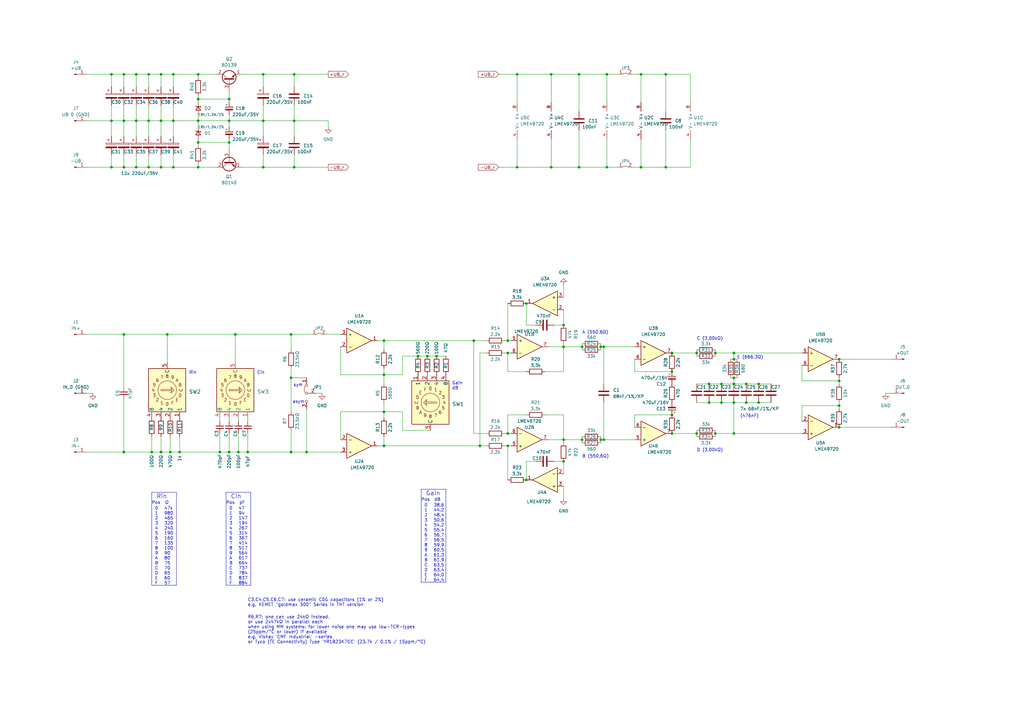
<source format=kicad_sch>
(kicad_sch (version 20211123) (generator eeschema)
  (paper "A3")
  (title_block (title "Phono-Preamp: \"Sound Of Silence\" (as of 09.2018)") (rev "1.0") (comment 1 "PCB is not the original -> but like the original = exactly the same component placement") (comment 2 "1 layer PCB / all THT components"))
  (lib_symbols
    (symbol "Connector:Conn_01x01_Male" (pin_names (offset 1.016) hide)
      (property "Reference" "J" (at 0 2.54 0))
      (property "Value" "Conn_01x01_Male" (at 0 -2.54 0))
      (symbol "Conn_01x01_Male_1_1"
        (pin passive line (at 5.08 0 180) (length 3.81) (name "Pin_1") (number "1"))
      )
    )
    (symbol "Device:C" (pin_numbers hide) (pin_names (offset 0.254))
      (property "Reference" "C" (at 0.635 2.54 0))
      (property "Value" "C" (at 0.635 -2.54 0))
      (symbol "C_1_1"
        (pin passive line (at 0 3.81 270) (length 2.794) (name "~") (number "1"))
        (pin passive line (at 0 -3.81 90) (length 2.794) (name "~") (number "2"))
      )
    )
    (symbol "Device:C_Polarized" (pin_numbers hide) (pin_names (offset 0.254))
      (property "Reference" "C" (at 0.635 2.54 0))
      (property "Value" "C_Polarized" (at 0.635 -2.54 0))
      (symbol "C_Polarized_1_1"
        (pin passive line (at 0 3.81 270) (length 2.794) (name "~") (number "1"))
        (pin passive line (at 0 -3.81 90) (length 2.794) (name "~") (number "2"))
      )
    )
    (symbol "Device:C_Polarized_Small" (pin_numbers hide) (pin_names (offset 0.254) hide)
      (property "Reference" "C" (at 0.254 1.778 0))
      (property "Value" "C_Polarized_Small" (at 0.254 -2.032 0))
      (symbol "C_Polarized_Small_1_1"
        (pin passive line (at 0 2.54 270) (length 1.8542) (name "~") (number "1"))
        (pin passive line (at 0 -2.54 90) (length 1.8542) (name "~") (number "2"))
      )
    )
    (symbol "Device:C_Small" (pin_numbers hide) (pin_names (offset 0.254) hide)
      (property "Reference" "C" (at 0.254 1.778 0))
      (property "Value" "C_Small" (at 0.254 -2.032 0))
      (symbol "C_Small_1_1"
        (pin passive line (at 0 2.54 270) (length 2.032) (name "~") (number "1"))
        (pin passive line (at 0 -2.54 90) (length 2.032) (name "~") (number "2"))
      )
    )
    (symbol "Device:D_Zener_Small" (pin_numbers hide) (pin_names (offset 0.254) hide)
      (property "Reference" "D" (at 0 2.286 0))
      (property "Value" "D_Zener_Small" (at 0 -2.286 0))
      (symbol "D_Zener_Small_1_1"
        (pin passive line (at -2.54 0 0) (length 1.778) (name "K") (number "1"))
        (pin passive line (at 2.54 0 180) (length 1.778) (name "A") (number "2"))
      )
    )
    (symbol "Device:Opamp_Dual"
      (property "Reference" "U" (at 0 5.08 0))
      (property "Value" "Opamp_Dual" (at 0 -5.08 0))
      (symbol "Opamp_Dual_1_1"
        (pin output line (at 7.62 0 180) (length 2.54) (name "~") (number "1"))
        (pin input line (at -7.62 -2.54 0) (length 2.54) (name "-") (number "2"))
        (pin input line (at -7.62 2.54 0) (length 2.54) (name "+") (number "3"))
      )
      (symbol "Opamp_Dual_2_1"
        (pin input line (at -7.62 2.54 0) (length 2.54) (name "+") (number "5"))
        (pin input line (at -7.62 -2.54 0) (length 2.54) (name "-") (number "6"))
        (pin output line (at 7.62 0 180) (length 2.54) (name "~") (number "7"))
      )
      (symbol "Opamp_Dual_3_1"
        (pin power_in line (at -2.54 -7.62 90) (length 3.81) (name "V-") (number "4"))
        (pin power_in line (at -2.54 7.62 270) (length 3.81) (name "V+") (number "8"))
      )
    )
    (symbol "Device:R" (pin_numbers hide) (pin_names (offset 0))
      (property "Reference" "R" (at 2.032 0 90))
      (property "Value" "R" (at 0 0 90))
      (symbol "R_1_1"
        (pin passive line (at 0 3.81 270) (length 1.27) (name "~") (number "1"))
        (pin passive line (at 0 -3.81 90) (length 1.27) (name "~") (number "2"))
      )
    )
    (symbol "Jumper:Jumper_3_Bridged12" (pin_names (offset 0) hide)
      (property "Reference" "JP" (at -2.54 -2.54 0))
      (property "Value" "Jumper_3_Bridged12" (at 0 2.794 0))
      (symbol "Jumper_3_Bridged12_1_1"
        (pin passive line (at -6.35 0 0) (length 2.54) (name "A") (number "1"))
        (pin input line (at 0 -3.81 90) (length 2.54) (name "C") (number "2"))
        (pin passive line (at 6.35 0 180) (length 2.54) (name "B") (number "3"))
      )
    )
    (symbol "Transistor_BJT:BD139" (pin_names (offset 0) hide)
      (property "Reference" "Q" (at 5.08 1.905 0))
      (property "Value" "BD139" (at 5.08 0 0))
      (symbol "BD139_1_1"
        (pin passive line (at 2.54 -5.08 90) (length 2.54) (name "E") (number "1"))
        (pin passive line (at 2.54 5.08 270) (length 2.54) (name "C") (number "2"))
        (pin input line (at -5.08 0 0) (length 5.08) (name "B") (number "3"))
      )
    )
    (symbol "Transistor_BJT:BD140" (pin_names (offset 0) hide)
      (property "Reference" "Q" (at 5.08 1.905 0))
      (property "Value" "BD140" (at 5.08 0 0))
      (symbol "BD140_1_1"
        (pin passive line (at 2.54 -5.08 90) (length 2.54) (name "E") (number "1"))
        (pin passive line (at 2.54 5.08 270) (length 2.54) (name "C") (number "2"))
        (pin input line (at -5.08 0 0) (length 5.08) (name "B") (number "3"))
      )
    )
    (symbol "analoghifi:DRS4010" (pin_names (offset 0.254))
      (property "Reference" "SW" (at 0 13.97 0))
      (property "Value" "DRS4010" (at 0 11.43 0))
      (symbol "DRS4010_0_0"
        (text "0" (at 5.715 0 2700) (effects (font (size 1.27 1.27))))
        (text "1" (at 5.2832 -2.1844 2475) (effects (font (size 1.27 1.27))))
        (text "2" (at 4.0386 -4.0386 2250) (effects (font (size 1.27 1.27))))
        (text "3" (at 2.1844 -5.2832 2025) (effects (font (size 1.27 1.27))))
        (text "4" (at 0 -5.715 1800) (effects (font (size 1.27 1.27))))
        (text "5" (at -2.1844 -5.2832 1575) (effects (font (size 1.27 1.27))))
        (text "6" (at -4.0386 -4.0386 1350) (effects (font (size 1.27 1.27))))
        (text "7" (at -5.2832 -2.1844 1125) (effects (font (size 1.27 1.27))))
        (text "8" (at -5.715 0 900) (effects (font (size 1.27 1.27))))
        (text "9" (at -5.2832 2.1844 675) (effects (font (size 1.27 1.27))))
        (text "A" (at -4.0386 4.0386 450) (effects (font (size 1.27 1.27))))
        (text "B" (at -2.1844 5.2832 225) (effects (font (size 1.27 1.27))))
        (text "C" (at 0 5.715 0) (effects (font (size 1.27 1.27))))
        (text "D" (at 2.1844 5.2832 3375) (effects (font (size 1.27 1.27))))
        (text "E" (at 4.0386 4.0386 3150) (effects (font (size 1.27 1.27))))
        (text "F" (at 5.2832 2.1844 2925) (effects (font (size 1.27 1.27))))
      )
      (symbol "DRS4010_1_1"
        (pin unspecified line (at 11.43 5.08 180) (length 2.54) (name "1") (number "1"))
        (pin unspecified line (at 11.43 1.27 180) (length 2.54) (name "2") (number "2"))
        (pin unspecified line (at 11.43 -2.54 180) (length 2.54) (name "4") (number "3"))
        (pin unspecified line (at 11.43 -6.35 180) (length 2.54) (name "8") (number "4"))
        (pin unspecified line (at -11.43 0 0) (length 2.54) (name "C") (number "5"))
      )
    )
    (symbol "analoghifi:Jumper_2_Bridged" (pin_names (offset 0) hide)
      (property "Reference" "JP" (at 0 1.905 0))
      (property "Value" "Jumper_2_Bridged" (at 0 -2.54 0))
      (symbol "Jumper_2_Bridged_1_1"
        (pin passive line (at -2.54 0 0) (length 1.27) (name "A") (number "1"))
        (pin passive line (at 2.54 0 180) (length 1.27) (name "B") (number "2"))
      )
    )
    (symbol "power:GND" (power) (pin_names (offset 0))
      (property "Value" "GND" (at 0 -3.81 0))
      (symbol "GND_1_1"
        (pin power_in line (at 0 0 270) (length 0) hide (name "GND") (number "1"))
      )
    )
  )
  (junction (at 62.23 185.42))
  (junction (at 81.28 40.64))
  (junction (at 119.38 137.16))
  (junction (at 231.14 180.34))
  (junction (at 295.91 165.1))
  (junction (at 45.72 30.48))
  (junction (at 119.38 185.42))
  (junction (at 237.49 30.48))
  (junction (at 93.98 49.53))
  (junction (at 81.28 30.48))
  (junction (at 237.49 68.58))
  (junction (at 300.99 147.32))
  (junction (at 157.48 182.88))
  (junction (at 306.07 157.48))
  (junction (at 120.65 30.48))
  (junction (at 285.75 144.78))
  (junction (at 66.04 68.58))
  (junction (at 262.89 30.48))
  (junction (at 69.85 185.42))
  (junction (at 157.48 153.67))
  (junction (at 175.26 146.05))
  (junction (at 293.37 177.8))
  (junction (at 120.65 49.53))
  (junction (at 208.28 177.8))
  (junction (at 97.79 185.42))
  (junction (at 275.59 170.18))
  (junction (at 208.28 182.88))
  (junction (at 60.96 68.58))
  (junction (at 66.04 185.42))
  (junction (at 215.9 124.46))
  (junction (at 50.8 68.58))
  (junction (at 194.31 139.7))
  (junction (at 293.37 144.78))
  (junction (at 120.65 68.58))
  (junction (at 247.65 180.34))
  (junction (at 119.38 154.94))
  (junction (at 81.28 68.58))
  (junction (at 45.72 68.58))
  (junction (at 101.6 185.42))
  (junction (at 231.14 133.35))
  (junction (at 295.91 157.48))
  (junction (at 157.48 139.7))
  (junction (at 248.92 30.48))
  (junction (at 107.95 68.58))
  (junction (at 275.59 152.4))
  (junction (at 208.28 144.78))
  (junction (at 68.58 137.16))
  (junction (at 55.88 30.48))
  (junction (at 107.95 49.53))
  (junction (at 238.76 180.34))
  (junction (at 55.88 68.58))
  (junction (at 226.06 68.58))
  (junction (at 247.65 142.24))
  (junction (at 208.28 139.7))
  (junction (at 300.99 154.94))
  (junction (at 246.38 180.34))
  (junction (at 73.66 185.42))
  (junction (at 344.17 147.32))
  (junction (at 273.05 30.48))
  (junction (at 107.95 30.48))
  (junction (at 93.98 185.42))
  (junction (at 290.83 165.1))
  (junction (at 344.17 166.37))
  (junction (at 71.12 30.48))
  (junction (at 60.96 30.48))
  (junction (at 157.48 168.91))
  (junction (at 90.17 185.42))
  (junction (at 50.8 30.48))
  (junction (at 50.8 49.53))
  (junction (at 45.72 49.53))
  (junction (at 60.96 49.53))
  (junction (at 55.88 49.53))
  (junction (at 66.04 49.53))
  (junction (at 231.14 142.24))
  (junction (at 81.28 49.53))
  (junction (at 93.98 40.64))
  (junction (at 215.9 196.85))
  (junction (at 171.45 146.05))
  (junction (at 50.8 185.42))
  (junction (at 306.07 165.1))
  (junction (at 96.52 137.16))
  (junction (at 273.05 68.58))
  (junction (at 290.83 157.48))
  (junction (at 125.73 185.42))
  (junction (at 71.12 68.58))
  (junction (at 71.12 49.53))
  (junction (at 81.28 58.42))
  (junction (at 238.76 142.24))
  (junction (at 212.09 68.58))
  (junction (at 196.85 182.88))
  (junction (at 262.89 68.58))
  (junction (at 300.99 157.48))
  (junction (at 300.99 144.78))
  (junction (at 226.06 30.48))
  (junction (at 344.17 175.26))
  (junction (at 248.92 68.58))
  (junction (at 300.99 177.8))
  (junction (at 93.98 58.42))
  (junction (at 179.07 146.05))
  (junction (at 246.38 142.24))
  (junction (at 311.15 157.48))
  (junction (at 300.99 165.1))
  (junction (at 311.15 165.1))
  (junction (at 66.04 30.48))
  (junction (at 275.59 177.8))
  (junction (at 275.59 144.78))
  (junction (at 212.09 30.48))
  (junction (at 231.14 189.23))
  (junction (at 285.75 177.8))
  (junction (at 50.8 137.16))
  (junction (at 344.17 156.21))
  (wire (pts (xy 300.99 177.8) (xy 328.93 177.8)))
  (wire (pts (xy 273.05 53.34) (xy 273.05 68.58)))
  (wire (pts (xy 66.04 49.53) (xy 66.04 55.88)))
  (wire (pts (xy 259.08 68.58) (xy 262.89 68.58)))
  (wire (pts (xy 66.04 63.5) (xy 66.04 68.58)))
  (wire (pts (xy 66.04 185.42) (xy 69.85 185.42)))
  (wire (pts (xy 194.31 139.7) (xy 194.31 177.8)))
  (wire (pts (xy 81.28 67.31) (xy 81.28 68.58)))
  (wire (pts (xy 238.76 142.24) (xy 231.14 142.24)))
  (wire (pts (xy 194.31 139.7) (xy 199.39 139.7)))
  (wire (pts (xy 285.75 165.1) (xy 290.83 165.1)))
  (wire (pts (xy 300.99 177.8) (xy 293.37 177.8)))
  (wire (pts (xy 231.14 199.39) (xy 231.14 204.47)))
  (wire (pts (xy 300.99 144.78) (xy 300.99 147.32)))
  (wire (pts (xy 293.37 144.78) (xy 293.37 146.05)))
  (wire (pts (xy 275.59 152.4) (xy 260.35 152.4)))
  (wire (pts (xy 344.17 147.32) (xy 365.76 147.32)))
  (wire (pts (xy 81.28 30.48) (xy 81.28 31.75)))
  (wire (pts (xy 302.26 154.94) (xy 300.99 154.94)))
  (wire (pts (xy 107.95 49.53) (xy 120.65 49.53)))
  (wire (pts (xy 157.48 168.91) (xy 139.7 168.91)))
  (wire (pts (xy 165.1 146.05) (xy 165.1 153.67)))
  (wire (pts (xy 66.04 49.53) (xy 71.12 49.53)))
  (wire (pts (xy 207.01 139.7) (xy 208.28 139.7)))
  (wire (pts (xy 207.01 182.88) (xy 208.28 182.88)))
  (wire (pts (xy 119.38 137.16) (xy 128.27 137.16)))
  (wire (pts (xy 165.1 153.67) (xy 157.48 153.67)))
  (wire (pts (xy 344.17 156.21) (xy 328.93 156.21)))
  (wire (pts (xy 119.38 151.13) (xy 119.38 154.94)))
  (wire (pts (xy 107.95 68.58) (xy 120.65 68.58)))
  (polyline (pts (xy 92.71 201.93) (xy 102.87 201.93)) (stroke (width 0) (type solid)))
  (wire (pts (xy 119.38 154.94) (xy 119.38 168.91)))
  (wire (pts (xy 81.28 30.48) (xy 88.9 30.48)))
  (wire (pts (xy 50.8 185.42) (xy 62.23 185.42)))
  (wire (pts (xy 328.93 156.21) (xy 328.93 149.86)))
  (wire (pts (xy 66.04 68.58) (xy 71.12 68.58)))
  (wire (pts (xy 45.72 49.53) (xy 50.8 49.53)))
  (wire (pts (xy 208.28 170.18) (xy 208.28 177.8)))
  (wire (pts (xy 60.96 68.58) (xy 66.04 68.58)))
  (wire (pts (xy 208.28 182.88) (xy 208.28 196.85)))
  (wire (pts (xy 300.99 147.32) (xy 299.72 147.32)))
  (wire (pts (xy 199.39 177.8) (xy 194.31 177.8)))
  (wire (pts (xy 55.88 49.53) (xy 55.88 55.88)))
  (wire (pts (xy 69.85 179.07) (xy 69.85 185.42)))
  (wire (pts (xy 231.14 152.4) (xy 223.52 152.4)))
  (wire (pts (xy 93.98 177.8) (xy 93.98 185.42)))
  (wire (pts (xy 290.83 157.48) (xy 295.91 157.48)))
  (wire (pts (xy 248.92 30.48) (xy 248.92 41.91)))
  (wire (pts (xy 97.79 185.42) (xy 101.6 185.42)))
  (wire (pts (xy 227.33 133.35) (xy 231.14 133.35)))
  (wire (pts (xy 363.22 161.29) (xy 365.76 161.29)))
  (wire (pts (xy 134.62 49.53) (xy 134.62 52.07)))
  (wire (pts (xy 165.1 176.53) (xy 176.53 176.53)))
  (wire (pts (xy 231.14 121.92) (xy 231.14 116.84)))
  (wire (pts (xy 237.49 53.34) (xy 237.49 68.58)))
  (wire (pts (xy 285.75 143.51) (xy 285.75 144.78)))
  (wire (pts (xy 300.99 165.1) (xy 306.07 165.1)))
  (wire (pts (xy 165.1 168.91) (xy 157.48 168.91)))
  (wire (pts (xy 139.7 153.67) (xy 139.7 142.24)))
  (wire (pts (xy 157.48 165.1) (xy 157.48 168.91)))
  (polyline (pts (xy 182.88 238.76) (xy 182.88 200.66)) (stroke (width 0) (type solid)))
  (wire (pts (xy 35.56 30.48) (xy 45.72 30.48)))
  (wire (pts (xy 93.98 49.53) (xy 107.95 49.53)))
  (wire (pts (xy 238.76 140.97) (xy 238.76 142.24)))
  (wire (pts (xy 90.17 177.8) (xy 90.17 185.42)))
  (wire (pts (xy 73.66 179.07) (xy 73.66 185.42)))
  (wire (pts (xy 179.07 146.05) (xy 182.88 146.05)))
  (wire (pts (xy 50.8 63.5) (xy 50.8 68.58)))
  (wire (pts (xy 226.06 30.48) (xy 226.06 41.91)))
  (wire (pts (xy 120.65 30.48) (xy 120.65 35.56)))
  (wire (pts (xy 60.96 30.48) (xy 66.04 30.48)))
  (wire (pts (xy 238.76 142.24) (xy 238.76 143.51)))
  (wire (pts (xy 45.72 49.53) (xy 45.72 55.88)))
  (wire (pts (xy 68.58 137.16) (xy 96.52 137.16)))
  (wire (pts (xy 62.23 185.42) (xy 66.04 185.42)))
  (wire (pts (xy 154.94 182.88) (xy 157.48 182.88)))
  (wire (pts (xy 171.45 146.05) (xy 175.26 146.05)))
  (wire (pts (xy 50.8 49.53) (xy 50.8 55.88)))
  (wire (pts (xy 81.28 46.99) (xy 81.28 49.53)))
  (wire (pts (xy 71.12 68.58) (xy 81.28 68.58)))
  (wire (pts (xy 60.96 49.53) (xy 66.04 49.53)))
  (wire (pts (xy 101.6 185.42) (xy 119.38 185.42)))
  (wire (pts (xy 204.47 68.58) (xy 212.09 68.58)))
  (wire (pts (xy 285.75 177.8) (xy 285.75 179.07)))
  (wire (pts (xy 157.48 153.67) (xy 157.48 157.48)))
  (wire (pts (xy 248.92 68.58) (xy 254 68.58)))
  (wire (pts (xy 93.98 185.42) (xy 97.79 185.42)))
  (wire (pts (xy 66.04 179.07) (xy 66.04 185.42)))
  (wire (pts (xy 119.38 176.53) (xy 119.38 185.42)))
  (wire (pts (xy 50.8 137.16) (xy 68.58 137.16)))
  (wire (pts (xy 311.15 157.48) (xy 306.07 157.48)))
  (wire (pts (xy 93.98 38.1) (xy 93.98 40.64)))
  (wire (pts (xy 55.88 49.53) (xy 60.96 49.53)))
  (wire (pts (xy 238.76 180.34) (xy 238.76 181.61)))
  (wire (pts (xy 231.14 180.34) (xy 238.76 180.34)))
  (wire (pts (xy 215.9 124.46) (xy 215.9 133.35)))
  (wire (pts (xy 344.17 175.26) (xy 365.76 175.26)))
  (wire (pts (xy 35.56 49.53) (xy 45.72 49.53)))
  (wire (pts (xy 45.72 30.48) (xy 45.72 35.56)))
  (wire (pts (xy 246.38 179.07) (xy 246.38 180.34)))
  (wire (pts (xy 55.88 43.18) (xy 55.88 49.53)))
  (wire (pts (xy 68.58 137.16) (xy 68.58 148.59)))
  (wire (pts (xy 71.12 30.48) (xy 81.28 30.48)))
  (wire (pts (xy 273.05 30.48) (xy 273.05 45.72)))
  (wire (pts (xy 35.56 137.16) (xy 50.8 137.16)))
  (wire (pts (xy 93.98 57.15) (xy 93.98 58.42)))
  (wire (pts (xy 71.12 43.18) (xy 71.12 49.53)))
  (wire (pts (xy 273.05 30.48) (xy 283.21 30.48)))
  (wire (pts (xy 224.79 142.24) (xy 231.14 142.24)))
  (wire (pts (xy 107.95 30.48) (xy 120.65 30.48)))
  (wire (pts (xy 207.01 177.8) (xy 208.28 177.8)))
  (wire (pts (xy 231.14 180.34) (xy 231.14 181.61)))
  (wire (pts (xy 81.28 68.58) (xy 88.9 68.58)))
  (wire (pts (xy 231.14 189.23) (xy 227.33 189.23)))
  (wire (pts (xy 237.49 30.48) (xy 248.92 30.48)))
  (wire (pts (xy 35.56 68.58) (xy 45.72 68.58)))
  (wire (pts (xy 237.49 68.58) (xy 248.92 68.58)))
  (wire (pts (xy 50.8 68.58) (xy 55.88 68.58)))
  (wire (pts (xy 302.26 147.32) (xy 300.99 147.32)))
  (wire (pts (xy 212.09 57.15) (xy 212.09 68.58)))
  (wire (pts (xy 157.48 168.91) (xy 157.48 171.45)))
  (wire (pts (xy 275.59 144.78) (xy 285.75 144.78)))
  (wire (pts (xy 231.14 170.18) (xy 231.14 180.34)))
  (wire (pts (xy 50.8 163.83) (xy 50.8 185.42)))
  (wire (pts (xy 295.91 165.1) (xy 300.99 165.1)))
  (wire (pts (xy 212.09 30.48) (xy 226.06 30.48)))
  (wire (pts (xy 129.54 161.29) (xy 132.08 161.29)))
  (wire (pts (xy 226.06 68.58) (xy 237.49 68.58)))
  (wire (pts (xy 93.98 58.42) (xy 93.98 60.96)))
  (wire (pts (xy 157.48 139.7) (xy 194.31 139.7)))
  (wire (pts (xy 69.85 185.42) (xy 73.66 185.42)))
  (wire (pts (xy 107.95 49.53) (xy 107.95 55.88)))
  (wire (pts (xy 157.48 182.88) (xy 157.48 179.07)))
  (wire (pts (xy 344.17 156.21) (xy 344.17 157.48)))
  (wire (pts (xy 260.35 170.18) (xy 260.35 175.26)))
  (wire (pts (xy 60.96 43.18) (xy 60.96 49.53)))
  (wire (pts (xy 154.94 139.7) (xy 157.48 139.7)))
  (polyline (pts (xy 62.23 201.93) (xy 62.23 240.03)) (stroke (width 0) (type solid)))
  (wire (pts (xy 35.56 161.29) (xy 38.1 161.29)))
  (polyline (pts (xy 92.71 240.03) (xy 102.87 240.03)) (stroke (width 0) (type solid)))
  (wire (pts (xy 157.48 182.88) (xy 196.85 182.88)))
  (wire (pts (xy 208.28 144.78) (xy 208.28 152.4)))
  (wire (pts (xy 157.48 139.7) (xy 157.48 143.51)))
  (wire (pts (xy 208.28 152.4) (xy 215.9 152.4)))
  (wire (pts (xy 262.89 30.48) (xy 262.89 41.91)))
  (wire (pts (xy 107.95 30.48) (xy 107.95 35.56)))
  (wire (pts (xy 344.17 166.37) (xy 344.17 167.64)))
  (wire (pts (xy 260.35 152.4) (xy 260.35 147.32)))
  (wire (pts (xy 120.65 49.53) (xy 120.65 55.88)))
  (wire (pts (xy 283.21 68.58) (xy 283.21 57.15)))
  (wire (pts (xy 101.6 172.72) (xy 101.6 171.45)))
  (wire (pts (xy 55.88 30.48) (xy 60.96 30.48)))
  (wire (pts (xy 262.89 57.15) (xy 262.89 68.58)))
  (wire (pts (xy 125.73 185.42) (xy 139.7 185.42)))
  (wire (pts (xy 60.96 30.48) (xy 60.96 35.56)))
  (wire (pts (xy 93.98 172.72) (xy 93.98 171.45)))
  (wire (pts (xy 45.72 63.5) (xy 45.72 68.58)))
  (wire (pts (xy 208.28 182.88) (xy 209.55 182.88)))
  (wire (pts (xy 300.99 157.48) (xy 306.07 157.48)))
  (wire (pts (xy 293.37 143.51) (xy 293.37 144.78)))
  (wire (pts (xy 45.72 30.48) (xy 50.8 30.48)))
  (wire (pts (xy 311.15 157.48) (xy 316.23 157.48)))
  (wire (pts (xy 246.38 180.34) (xy 247.65 180.34)))
  (wire (pts (xy 290.83 165.1) (xy 295.91 165.1)))
  (wire (pts (xy 81.28 58.42) (xy 93.98 58.42)))
  (wire (pts (xy 81.28 40.64) (xy 81.28 41.91)))
  (wire (pts (xy 50.8 30.48) (xy 50.8 35.56)))
  (wire (pts (xy 165.1 146.05) (xy 171.45 146.05)))
  (wire (pts (xy 66.04 30.48) (xy 66.04 35.56)))
  (wire (pts (xy 262.89 68.58) (xy 273.05 68.58)))
  (wire (pts (xy 223.52 170.18) (xy 231.14 170.18)))
  (wire (pts (xy 157.48 153.67) (xy 139.7 153.67)))
  (wire (pts (xy 231.14 140.97) (xy 231.14 142.24)))
  (wire (pts (xy 300.99 165.1) (xy 300.99 177.8)))
  (wire (pts (xy 97.79 172.72) (xy 97.79 171.45)))
  (wire (pts (xy 219.71 189.23) (xy 215.9 189.23)))
  (wire (pts (xy 238.76 179.07) (xy 238.76 180.34)))
  (wire (pts (xy 208.28 177.8) (xy 209.55 177.8)))
  (wire (pts (xy 207.01 144.78) (xy 208.28 144.78)))
  (wire (pts (xy 204.47 30.48) (xy 212.09 30.48)))
  (wire (pts (xy 66.04 43.18) (xy 66.04 49.53)))
  (wire (pts (xy 231.14 133.35) (xy 231.14 127)))
  (wire (pts (xy 90.17 172.72) (xy 90.17 171.45)))
  (polyline (pts (xy 172.72 238.76) (xy 182.88 238.76)) (stroke (width 0) (type solid)))
  (wire (pts (xy 247.65 165.1) (xy 247.65 180.34)))
  (wire (pts (xy 175.26 146.05) (xy 179.07 146.05)))
  (wire (pts (xy 262.89 30.48) (xy 273.05 30.48)))
  (polyline (pts (xy 72.39 240.03) (xy 72.39 201.93)) (stroke (width 0) (type solid)))
  (wire (pts (xy 344.17 165.1) (xy 344.17 166.37)))
  (wire (pts (xy 285.75 157.48) (xy 290.83 157.48)))
  (wire (pts (xy 208.28 124.46) (xy 208.28 139.7)))
  (wire (pts (xy 311.15 165.1) (xy 306.07 165.1)))
  (wire (pts (xy 165.1 176.53) (xy 165.1 168.91)))
  (wire (pts (xy 120.65 43.18) (xy 120.65 49.53)))
  (wire (pts (xy 45.72 68.58) (xy 50.8 68.58)))
  (wire (pts (xy 93.98 46.99) (xy 93.98 49.53)))
  (wire (pts (xy 275.59 177.8) (xy 285.75 177.8)))
  (wire (pts (xy 50.8 137.16) (xy 50.8 158.75)))
  (wire (pts (xy 199.39 144.78) (xy 196.85 144.78)))
  (wire (pts (xy 125.73 154.94) (xy 119.38 154.94)))
  (wire (pts (xy 107.95 63.5) (xy 107.95 68.58)))
  (polyline (pts (xy 62.23 201.93) (xy 72.39 201.93)) (stroke (width 0) (type solid)))
  (wire (pts (xy 119.38 185.42) (xy 125.73 185.42)))
  (wire (pts (xy 73.66 185.42) (xy 90.17 185.42)))
  (wire (pts (xy 107.95 43.18) (xy 107.95 49.53)))
  (wire (pts (xy 208.28 139.7) (xy 209.55 139.7)))
  (wire (pts (xy 55.88 30.48) (xy 55.88 35.56)))
  (wire (pts (xy 50.8 49.53) (xy 55.88 49.53)))
  (wire (pts (xy 62.23 179.07) (xy 62.23 185.42)))
  (wire (pts (xy 215.9 170.18) (xy 208.28 170.18)))
  (wire (pts (xy 71.12 30.48) (xy 71.12 35.56)))
  (wire (pts (xy 66.04 30.48) (xy 71.12 30.48)))
  (wire (pts (xy 300.99 154.94) (xy 299.72 154.94)))
  (wire (pts (xy 133.35 137.16) (xy 139.7 137.16)))
  (wire (pts (xy 125.73 167.64) (xy 125.73 185.42)))
  (wire (pts (xy 237.49 30.48) (xy 237.49 45.72)))
  (wire (pts (xy 93.98 40.64) (xy 93.98 41.91)))
  (wire (pts (xy 283.21 30.48) (xy 283.21 41.91)))
  (wire (pts (xy 246.38 142.24) (xy 246.38 143.51)))
  (wire (pts (xy 247.65 142.24) (xy 260.35 142.24)))
  (wire (pts (xy 157.48 151.13) (xy 157.48 153.67)))
  (wire (pts (xy 208.28 144.78) (xy 209.55 144.78)))
  (wire (pts (xy 119.38 137.16) (xy 119.38 143.51)))
  (wire (pts (xy 60.96 49.53) (xy 60.96 55.88)))
  (wire (pts (xy 71.12 63.5) (xy 71.12 68.58)))
  (wire (pts (xy 311.15 165.1) (xy 316.23 165.1)))
  (wire (pts (xy 328.93 166.37) (xy 328.93 172.72)))
  (wire (pts (xy 259.08 30.48) (xy 262.89 30.48)))
  (wire (pts (xy 71.12 49.53) (xy 81.28 49.53)))
  (wire (pts (xy 71.12 49.53) (xy 71.12 55.88)))
  (wire (pts (xy 120.65 49.53) (xy 134.62 49.53)))
  (wire (pts (xy 81.28 49.53) (xy 93.98 49.53)))
  (wire (pts (xy 212.09 30.48) (xy 212.09 41.91)))
  (wire (pts (xy 215.9 189.23) (xy 215.9 196.85)))
  (wire (pts (xy 212.09 68.58) (xy 226.06 68.58)))
  (wire (pts (xy 295.91 157.48) (xy 300.99 157.48)))
  (wire (pts (xy 246.38 180.34) (xy 246.38 181.61)))
  (wire (pts (xy 231.14 152.4) (xy 231.14 142.24)))
  (wire (pts (xy 300.99 154.94) (xy 300.99 157.48)))
  (wire (pts (xy 81.28 49.53) (xy 81.28 52.07)))
  (wire (pts (xy 275.59 170.18) (xy 260.35 170.18)))
  (wire (pts (xy 93.98 49.53) (xy 93.98 52.07)))
  (wire (pts (xy 344.17 166.37) (xy 328.93 166.37)))
  (wire (pts (xy 120.65 30.48) (xy 134.62 30.48)))
  (wire (pts (xy 45.72 43.18) (xy 45.72 49.53)))
  (wire (pts (xy 120.65 68.58) (xy 134.62 68.58)))
  (wire (pts (xy 60.96 63.5) (xy 60.96 68.58)))
  (polyline (pts (xy 172.72 200.66) (xy 172.72 238.76)) (stroke (width 0) (type solid)))
  (wire (pts (xy 224.79 180.34) (xy 231.14 180.34)))
  (wire (pts (xy 50.8 185.42) (xy 35.56 185.42)))
  (wire (pts (xy 196.85 144.78) (xy 196.85 182.88)))
  (wire (pts (xy 55.88 63.5) (xy 55.88 68.58)))
  (wire (pts (xy 139.7 168.91) (xy 139.7 180.34)))
  (wire (pts (xy 81.28 40.64) (xy 93.98 40.64)))
  (wire (pts (xy 120.65 63.5) (xy 120.65 68.58)))
  (wire (pts (xy 285.75 144.78) (xy 285.75 146.05)))
  (wire (pts (xy 90.17 185.42) (xy 93.98 185.42)))
  (wire (pts (xy 293.37 177.8) (xy 293.37 179.07)))
  (wire (pts (xy 293.37 176.53) (xy 293.37 177.8)))
  (polyline (pts (xy 62.23 240.03) (xy 72.39 240.03)) (stroke (width 0) (type solid)))
  (polyline (pts (xy 92.71 201.93) (xy 92.71 240.03)) (stroke (width 0) (type solid)))
  (wire (pts (xy 215.9 133.35) (xy 219.71 133.35)))
  (wire (pts (xy 50.8 43.18) (xy 50.8 49.53)))
  (wire (pts (xy 99.06 68.58) (xy 107.95 68.58)))
  (wire (pts (xy 96.52 137.16) (xy 96.52 148.59)))
  (wire (pts (xy 246.38 140.97) (xy 246.38 142.24)))
  (wire (pts (xy 344.17 154.94) (xy 344.17 156.21)))
  (wire (pts (xy 285.75 176.53) (xy 285.75 177.8)))
  (polyline (pts (xy 102.87 240.03) (xy 102.87 201.93)) (stroke (width 0) (type solid)))
  (wire (pts (xy 96.52 137.16) (xy 119.38 137.16)))
  (wire (pts (xy 81.28 57.15) (xy 81.28 58.42)))
  (wire (pts (xy 231.14 194.31) (xy 231.14 189.23)))
  (wire (pts (xy 293.37 144.78) (xy 300.99 144.78)))
  (wire (pts (xy 81.28 39.37) (xy 81.28 40.64)))
  (wire (pts (xy 247.65 180.34) (xy 260.35 180.34)))
  (wire (pts (xy 101.6 177.8) (xy 101.6 185.42)))
  (wire (pts (xy 248.92 57.15) (xy 248.92 68.58)))
  (wire (pts (xy 273.05 68.58) (xy 283.21 68.58)))
  (wire (pts (xy 226.06 30.48) (xy 237.49 30.48)))
  (wire (pts (xy 99.06 30.48) (xy 107.95 30.48)))
  (polyline (pts (xy 172.72 200.66) (xy 182.88 200.66)) (stroke (width 0) (type solid)))
  (wire (pts (xy 226.06 57.15) (xy 226.06 68.58)))
  (wire (pts (xy 246.38 142.24) (xy 247.65 142.24)))
  (wire (pts (xy 50.8 30.48) (xy 55.88 30.48)))
  (wire (pts (xy 300.99 144.78) (xy 328.93 144.78)))
  (wire (pts (xy 196.85 182.88) (xy 199.39 182.88)))
  (wire (pts (xy 248.92 30.48) (xy 254 30.48)))
  (wire (pts (xy 97.79 177.8) (xy 97.79 185.42)))
  (wire (pts (xy 81.28 58.42) (xy 81.28 59.69)))
  (wire (pts (xy 247.65 142.24) (xy 247.65 157.48)))
  (wire (pts (xy 55.88 68.58) (xy 60.96 68.58)))
  (text "E (666,3Ω)" (at 302.26 147.32 0) (effects (font (size 1.27 1.27)) (justify left bottom)))
  (text "Cin" (at 105.41 153.67 0) (effects (font (size 1.27 1.27)) (justify left bottom)))
  (text "D (3,00kΩ)" (at 285.75 185.42 0) (effects (font (size 1.27 1.27)) (justify left bottom)))
  (text "0\n1\n2\n3\n4\n5\n6\n7\n8\n9\nA\nB\nC\nD\nE\nF" (at 173.99 238.76 0) (effects (font (size 1.27 1.27)) (justify left bottom)))
  (text "asym" (at 119.9092 165.6004 0) (effects (font (size 1.27 1.27)) (justify left bottom)))
  (text "Pos  Ω" (at 62.23 207.01 0) (effects (font (size 1.27 1.27)) (justify left bottom)))
  (text "B (550,6Ω)" (at 238.76 187.96 0) (effects (font (size 1.27 1.27)) (justify left bottom)))
  (text "Pos  dB" (at 172.72 205.74 0) (effects (font (size 1.27 1.27)) (justify left bottom)))
  (text "47k\n980\n465\n320\n240\n190\n160\n135\n100\n90\n80\n75\n70\n65\n60\n57" (at 67.31 240.03 0) (effects (font (size 1.27 1.27)) (justify left bottom)))
  (text "Cin" (at 94.6526 204.7574 0) (effects (font (size 1.75 1.75)) (justify left bottom)))
  (text "R6,R7: one can use 24kΩ instead,\nor use 2x47kΩ in parallel each\nwhen using MM systems: for lower noise one may use low-TCR-types \n(25ppm/°C or lower) if available\ne.g. Vishay 'CMF Industrial' -series \nor Tyco (TE Connectivity) Type 'YR1B23K7CC' (23.7k / 0,1% / 15ppm/°C)" (at 101.6 264.16 0) (effects (font (size 1.27 1.27)) (justify left bottom)))
  (text "Gain" (at 174.6626 203.4874 0) (effects (font (size 1.75 1.75)) (justify left bottom)))
  (text "Rin" (at 64.1726 204.7574 0) (effects (font (size 1.75 1.75)) (justify left bottom)))
  (text "sym" (at 120.3244 158.7332 0) (effects (font (size 1.27 1.27)) (justify left bottom)))
  (text "Rin" (at 77.47 153.67 0) (effects (font (size 1.27 1.27)) (justify left bottom)))
  (text "Gain\ndB" (at 185.42 160.02 0) (effects (font (size 1.27 1.27)) (justify left bottom)))
  (text "C3,C4,C5,C6,C7: use ceramic C0G capacitors (1% or 2%)\ne.g. KEMET \"goldmax 300\" Series in THT version" (at 101.6 248.92 0) (effects (font (size 1.27 1.27)) (justify left bottom)))
  (text "47\n94\n147\n194\n267\n314\n367\n414\n517\n564\n617\n664\n737\n784\n837\n884" (at 97.79 240.03 0) (effects (font (size 1.27 1.27)) (justify left bottom)))
  (text "0\n1\n2\n3\n4\n5\n6\n7\n8\n9\nA\nB\nC\nD\nE\nF" (at 63.5 240.03 0) (effects (font (size 1.27 1.27)) (justify left bottom)))
  (text "38,6\n44,2\n48,4\n50,6\n54,2\n55,4\n56,7\n56,5\n59,9\n60,5\n61,3\n61,9\n63,5\n63,4\n64,0\n64,4" (at 177.8 238.76 0) (effects (font (size 1.27 1.27)) (justify left bottom)))
  (text "A (550,6Ω)" (at 238.76 137.16 0) (effects (font (size 1.27 1.27)) (justify left bottom)))
  (text "C (3,00kΩ)" (at 285.75 139.7 0) (effects (font (size 1.27 1.27)) (justify left bottom)))
  (text "Pos  pF" (at 92.71 207.01 0) (effects (font (size 1.27 1.27)) (justify left bottom)))
  (text "0\n1\n2\n3\n4\n5\n6\n7\n8\n9\nA\nB\nC\nD\nE\nF" (at 93.98 240.03 0) (effects (font (size 1.27 1.27)) (justify left bottom)))
  (text "(476nF)" (at 303.53 171.45 0) (effects (font (size 1.27 1.27)) (justify left bottom)))
  (global_label "-UB_r" (shape input) (at 204.47 68.58 180) (property "Intersheet References" "${INTERSHEET_REFS}" (effects hide)))
  (global_label "+UB_r" (shape output) (at 134.62 30.48 0) (property "Intersheet References" "${INTERSHEET_REFS}" (effects hide)))
  (global_label "+UB_r" (shape input) (at 204.47 30.48 180) (property "Intersheet References" "${INTERSHEET_REFS}" (effects hide)))
  (global_label "-UB_r" (shape output) (at 134.62 68.58 0) (property "Intersheet References" "${INTERSHEET_REFS}" (effects hide)))
  (symbol (lib_id "Device:C_Polarized_Small") (at 275.59 154.94 0) (unit 1)
    (property "Reference" "C12" (at 269.24 157.48 0) (effects (justify left)))
    (property "Value" "470uF/16V" (at 262.89 154.94 0) (effects (justify left)))
    (property "Footprint" "analoghifi:CP_Radial_Black_D8.2mm_H12.0mm_P3.50mm_minimal_silk" (effects hide))
  )
  (symbol (lib_id "Device:Opamp_Dual") (at 223.52 196.85 180) (unit 1)
    (property "Reference" "U4" (at 222.25 201.93 0))
    (property "Value" "LME49720" (at 220.98 205.74 0))
    (property "Footprint" "Package_DIP:DIP-8_W7.62mm" (effects hide))
  )
  (symbol (lib_id "Connector:Conn_01x01_Male") (at 370.84 147.32 180) (unit 1)
    (property "Reference" "J5" (at 370.205 142.24 0))
    (property "Value" "+OUT" (at 370.205 144.78 0))
    (property "Footprint" "analoghifi:Loet_Pin_D1.5mm_L14.0mm" (effects hide))
  )
  (symbol (lib_id "Connector:Conn_01x01_Male") (at 30.48 68.58 0) (unit 1)
    (property "Reference" "J9" (at 31.115 63.5 0))
    (property "Value" "-UB" (at 31.115 66.04 0))
    (property "Footprint" "analoghifi:Loet_Pin_D1.5mm_L14.0mm" (effects hide))
  )
  (symbol (lib_id "Device:C_Polarized") (at 50.8 39.37 0) (unit 1)
    (property "Reference" "C32" (at 50.8 41.91 0) (effects (justify left)))
    (property "Value" "220uF/35V" (effects hide))
    (property "Footprint" "analoghifi:CP_Radial_Black_D8.2mm_H12.0mm_P3.50mm_minimal_silk" (effects hide))
  )
  (symbol (lib_id "Device:C_Polarized_Small") (at 275.59 167.64 180) (unit 1)
    (property "Reference" "C13" (at 273.05 167.64 0) (effects (justify left)))
    (property "Value" "470uF/16V" (at 274.32 165.1 0) (effects (justify left)))
    (property "Footprint" "analoghifi:CP_Radial_Black_D8.2mm_H12.0mm_P3.50mm_minimal_silk" (effects hide))
  )
  (symbol (lib_id "Device:R") (at 179.07 149.86 180) (unit 1)
    (property "Reference" "R2" (at 179.07 149.86 90))
    (property "Value" "100Ω" (at 179.0379 142.697 90))
    (property "Footprint" "analoghifi:R_Axial_DIN0207_L6.3mm_D2.5mm_P10.16mm_Horizontal_minSilk" (effects hide))
  )
  (symbol (lib_id "Device:C_Polarized") (at 50.8 59.69 0) (unit 1)
    (property "Reference" "C33" (at 50.8 62.23 0) (effects (justify left)))
    (property "Value" "220uF/35V" (effects hide))
    (property "Footprint" "analoghifi:CP_Radial_Black_D8.2mm_H12.0mm_P3.50mm_minimal_silk" (effects hide))
  )
  (symbol (lib_id "Device:C_Polarized") (at 45.72 59.69 0) (unit 1)
    (property "Reference" "C31" (at 45.72 62.23 0) (effects (justify left)))
    (property "Value" "12x 220uF/35V" (at 49.53 71.12 0) (effects (justify left)))
    (property "Footprint" "analoghifi:CP_Radial_Black_D8.2mm_H12.0mm_P3.50mm_minimal_silk" (effects hide))
  )
  (symbol (lib_id "analoghifi:DRS4010") (at 68.58 160.02 270) (unit 1)
    (property "Reference" "SW2" (at 77.47 160.655 90) (effects (font (size 1.524 1.524)) (justify left)))
    (property "Value" "DRS4010" (effects hide))
    (property "Footprint" "analoghifi:DRS_3016_4010_horiz_and_vert" (effects hide))
  )
  (symbol (lib_id "Device:C_Polarized") (at 66.04 39.37 0) (unit 1)
    (property "Reference" "C38" (at 66.04 41.91 0) (effects (justify left)))
    (property "Value" "220uF/35V" (effects hide))
    (property "Footprint" "analoghifi:CP_Radial_Black_D8.2mm_H12.0mm_P3.50mm_minimal_silk" (effects hide))
  )
  (symbol (lib_id "Device:C_Small") (at 97.79 175.26 0) (unit 1)
    (property "Reference" "C6" (at 96.52 177.8 90))
    (property "Value" "100pF" (at 97.79 189.23 90))
    (property "Footprint" "analoghifi:C_Rect_L10.0mm_W3.0mm_P5.00_P7.50mm" (effects hide))
  )
  (symbol (lib_id "Device:R") (at 242.57 179.07 90) (unit 1)
    (property "Reference" "R26" (at 242.57 179.07 90))
    (property "Value" "33k" (at 242.57 176.53 90))
    (property "Footprint" "analoghifi:R_Axial_DIN0207_L6.3mm_D2.5mm_P10.16mm_Horizontal_minSilk" (effects hide))
  )
  (symbol (lib_id "Device:R") (at 219.71 170.18 90) (unit 1)
    (property "Reference" "R21" (at 219.71 165.1 90))
    (property "Value" "3,3k" (at 219.71 167.64 90))
    (property "Footprint" "analoghifi:R_Axial_DIN0207_L6.3mm_D2.5mm_P10.16mm_Horizontal_minSilk" (effects hide))
  )
  (symbol (lib_id "Device:R") (at 302.26 151.13 0) (unit 1)
    (property "Reference" "R36" (at 302.26 151.13 90))
    (property "Value" "680" (at 304.8 151.13 90))
    (property "Footprint" "analoghifi:R_Axial_DIN0207_L6.3mm_D2.5mm_P10.16mm_Horizontal_minSilk" (effects hide))
  )
  (symbol (lib_id "Device:D_Zener_Small") (at 81.28 44.45 270) (unit 1)
    (property "Reference" "D2" (at 83.82 44.45 90) (effects (justify left)))
    (property "Value" "18V/1,3W/2%" (at 81.28 46.99 90) (effects (font (size 1 1)) (justify left)))
    (property "Footprint" "analoghifi:D_DO-41_SOD81_medium_P9.33mm_Horiz_minSilk" (effects hide))
  )
  (symbol (lib_id "Device:Opamp_Dual") (at 251.46 49.53 0) (unit 3)
    (property "Reference" "U3" (at 250.19 48.2599 0) (effects (justify left)))
    (property "Value" "LME49720" (at 250.19 50.7999 0) (effects (justify left)))
    (property "Footprint" "Package_DIP:DIP-8_W7.62mm" (effects hide))
  )
  (symbol (lib_id "Device:Opamp_Dual") (at 285.75 49.53 0) (unit 3)
    (property "Reference" "U1" (at 284.48 48.2599 0) (effects (justify left)))
    (property "Value" "LME49720" (at 284.48 50.7999 0) (effects (justify left)))
    (property "Footprint" "Package_DIP:DIP-8_W7.62mm" (effects hide))
  )
  (symbol (lib_id "Device:R") (at 157.48 161.29 180) (unit 1)
    (property "Reference" "R5" (at 154.94 161.29 90))
    (property "Value" "560Ω" (at 160.02 161.29 90))
    (property "Footprint" "analoghifi:R_Axial_DIN0207_L6.3mm_D2.5mm_P10.16mm_Horizontal_minSilk" (effects hide))
  )
  (symbol (lib_id "Device:R") (at 81.28 35.56 180) (unit 1)
    (property "Reference" "R40" (at 78.74 35.56 90))
    (property "Value" "3,3k" (at 83.82 35.56 90))
    (property "Footprint" "analoghifi:R_Axial_DIN0207_L6.3mm_D2.5mm_P10.16mm_Horizontal_minSilk" (effects hide))
  )
  (symbol (lib_id "Connector:Conn_01x01_Male") (at 30.48 49.53 0) (unit 1)
    (property "Reference" "J7" (at 31.115 44.45 0))
    (property "Value" "UB 0 (GND)" (at 31.115 46.99 0))
    (property "Footprint" "analoghifi:Loet_Pin_D1.5mm_L14.0mm" (effects hide))
  )
  (symbol (lib_id "analoghifi:Jumper_2_Bridged") (at 130.81 137.16 0) (unit 1)
    (property "Reference" "JP2" (at 130.81 134.62 0))
    (property "Value" "Jumper_2_Bridged" (effects hide))
    (property "Footprint" "analoghifi:Drahtbruecke_10.16mm" (effects hide))
  )
  (symbol (lib_id "Device:R") (at 289.56 146.05 90) (unit 1)
    (property "Reference" "R32" (at 289.56 146.05 90))
    (property "Value" "33k" (at 289.56 148.59 90))
    (property "Footprint" "analoghifi:R_Axial_DIN0207_L6.3mm_D2.5mm_P10.16mm_Horizontal_minSilk" (effects hide))
  )
  (symbol (lib_id "Device:C_Polarized") (at 71.12 39.37 0) (unit 1)
    (property "Reference" "C40" (at 71.12 41.91 0) (effects (justify left)))
    (property "Value" "220uF/35V" (effects hide))
    (property "Footprint" "analoghifi:CP_Radial_Black_D8.2mm_H12.0mm_P3.50mm_minimal_silk" (effects hide))
  )
  (symbol (lib_id "analoghifi:Jumper_2_Bridged") (at 256.54 68.58 0) (unit 1)
    (property "Reference" "JP4" (at 256.54 66.04 0))
    (property "Value" "Jumper_2_Bridged" (effects hide))
    (property "Footprint" "analoghifi:Drahtbruecke_10.16mm" (effects hide))
  )
  (symbol (lib_id "Device:C_Polarized") (at 66.04 59.69 0) (unit 1)
    (property "Reference" "C39" (at 66.04 62.23 0) (effects (justify left)))
    (property "Value" "220uF/35V" (effects hide))
    (property "Footprint" "analoghifi:CP_Radial_Black_D8.2mm_H12.0mm_P3.50mm_minimal_silk" (effects hide))
  )
  (symbol (lib_id "Device:C") (at 306.07 161.29 180) (unit 1)
    (property "Reference" "C25" (at 306.07 158.75 0) (effects (justify right)))
    (property "Value" "68nF/1%" (effects hide))
    (property "Footprint" "analoghifi:C_Multi_THT_1-Layer_alternative_2_Electel" (effects hide))
  )
  (symbol (lib_id "Device:C_Small") (at 101.6 175.26 0) (unit 1)
    (property "Reference" "C7" (at 100.33 177.8 90))
    (property "Value" "47pF" (at 101.6 189.23 90))
    (property "Footprint" "analoghifi:C_Rect_L10.0mm_W3.0mm_P5.00_P7.50mm" (effects hide))
  )
  (symbol (lib_id "power:GND") (at 231.14 116.84 180) (unit 1)
    (property "Reference" "#PWR02" (effects hide))
    (property "Value" "GND" (at 231.14 111.76 0))
  )
  (symbol (lib_id "Device:R") (at 299.72 151.13 0) (unit 1)
    (property "Reference" "R35" (at 299.72 151.13 90))
    (property "Value" "33k" (at 297.18 151.13 90))
    (property "Footprint" "analoghifi:R_Axial_DIN0207_L6.3mm_D2.5mm_P10.16mm_Horizontal_minSilk" (effects hide))
  )
  (symbol (lib_id "Device:R") (at 171.45 149.86 180) (unit 1)
    (property "Reference" "R4" (at 171.45 149.86 90))
    (property "Value" "560Ω" (at 171.4179 142.697 90))
    (property "Footprint" "analoghifi:R_Axial_DIN0207_L6.3mm_D2.5mm_P10.16mm_Horizontal_minSilk" (effects hide))
  )
  (symbol (lib_id "Device:Opamp_Dual") (at 147.32 139.7 0) (unit 1)
    (property "Reference" "U1" (at 147.32 129.54 0))
    (property "Value" "LME49720" (at 147.32 132.08 0))
    (property "Footprint" "Package_DIP:DIP-8_W7.62mm" (effects hide))
  )
  (symbol (lib_id "Device:R") (at 119.38 147.32 180) (unit 1)
    (property "Reference" "R6" (at 116.84 147.32 90))
    (property "Value" "23.5kΩ" (at 121.92 147.32 90))
    (property "Footprint" "analoghifi:R_Axial_DIN0207_L6.3mm_D2.5mm_P10.16mm_Horizontal_minSilk" (effects hide))
  )
  (symbol (lib_id "Device:R") (at 175.26 149.86 180) (unit 1)
    (property "Reference" "R3" (at 175.26 149.86 90))
    (property "Value" "220Ω" (at 175.2279 142.697 90))
    (property "Footprint" "analoghifi:R_Axial_DIN0207_L6.3mm_D2.5mm_P10.16mm_Horizontal_minSilk" (effects hide))
  )
  (symbol (lib_id "Device:Opamp_Dual") (at 265.43 49.53 0) (unit 3)
    (property "Reference" "U2" (at 264.16 48.2599 0) (effects (justify left)))
    (property "Value" "LME49720" (at 264.16 50.7999 0) (effects (justify left)))
    (property "Footprint" "Package_DIP:DIP-8_W7.62mm" (effects hide))
  )
  (symbol (lib_id "analoghifi:Jumper_2_Bridged") (at 256.54 30.48 0) (unit 1)
    (property "Reference" "JP3" (at 256.54 27.94 0))
    (property "Value" "Jumper_2_Bridged" (effects hide))
    (property "Footprint" "analoghifi:Drahtbruecke_10.16mm" (effects hide))
  )
  (symbol (lib_id "Connector:Conn_01x01_Male") (at 30.48 137.16 0) (unit 1)
    (property "Reference" "J1" (at 31.115 132.08 0))
    (property "Value" "IN+" (at 31.115 134.62 0))
    (property "Footprint" "analoghifi:Loet_Pin_D1.5mm_L14.0mm" (effects hide))
  )
  (symbol (lib_id "Transistor_BJT:BD139") (at 93.98 33.02 90) (unit 1)
    (property "Reference" "Q2" (at 93.98 24.13 90))
    (property "Value" "BD139" (at 93.98 26.67 90))
    (property "Footprint" "Package_TO_SOT_THT:TO-126-3_Vertical" (effects hide))
    (property "Datasheet" "http://www.st.com/internet/com/TECHNICAL_RESOURCES/TECHNICAL_LITERATURE/DATASHEET/CD00001225.pdf" (effects hide))
  )
  (symbol (lib_id "Device:C") (at 223.52 133.35 90) (unit 1)
    (property "Reference" "C9" (at 222.25 132.08 90) (effects (justify left)))
    (property "Value" "470nF" (at 226.06 129.54 90) (effects (justify left)))
    (property "Footprint" "analoghifi:C_Rect_L10.0mm_W4.0mm_P5.00_P7.50mm" (effects hide))
  )
  (symbol (lib_id "analoghifi:DRS4010") (at 176.53 165.1 90) (unit 1)
    (property "Reference" "SW1" (at 185.42 165.735 90) (effects (font (size 1.524 1.524)) (justify right)))
    (property "Value" "DRS4010" (effects hide))
    (property "Footprint" "analoghifi:DRS_3016_4010_horiz_and_vert" (effects hide))
  )
  (symbol (lib_id "Device:C_Polarized") (at 45.72 39.37 0) (unit 1)
    (property "Reference" "C30" (at 45.72 41.91 0) (effects (justify left)))
    (property "Value" "220uF/35V" (effects hide))
    (property "Footprint" "analoghifi:CP_Radial_Black_D8.2mm_H12.0mm_P3.50mm_minimal_silk" (effects hide))
  )
  (symbol (lib_id "Device:C") (at 237.49 49.53 0) (unit 1)
    (property "Reference" "C11" (at 241.3 49.53 0) (effects (justify left)))
    (property "Value" "100nF" (at 238.76 52.07 0) (effects (justify left)))
    (property "Footprint" "analoghifi:C_Rect_L10.0mm_W3.5mm_P5.00_P7.50mm" (effects hide))
  )
  (symbol (lib_id "Device:C") (at 311.15 161.29 0) (mirror y) (unit 1)
    (property "Reference" "C26" (at 311.15 158.75 0) (effects (justify right)))
    (property "Value" "68nF/1%" (effects hide))
    (property "Footprint" "analoghifi:C_Multi_THT_1-Layer_alternative_2_Electel" (effects hide))
  )
  (symbol (lib_id "Device:R") (at 231.14 137.16 0) (unit 1)
    (property "Reference" "R19" (at 236.22 137.16 90))
    (property "Value" "47k" (at 233.68 137.16 90))
    (property "Footprint" "analoghifi:R_Axial_DIN0207_L6.3mm_D2.5mm_P10.16mm_Horizontal_minSilk" (effects hide))
  )
  (symbol (lib_id "Device:Opamp_Dual") (at 228.6 49.53 0) (unit 3)
    (property "Reference" "U4" (at 227.33 48.2599 0) (effects (justify left)))
    (property "Value" "LME49720" (at 227.33 50.7999 0) (effects (justify left)))
    (property "Footprint" "Package_DIP:DIP-8_W7.62mm" (effects hide))
  )
  (symbol (lib_id "power:GND") (at 134.62 52.07 0) (unit 1)
    (property "Reference" "#PWR01" (effects hide))
    (property "Value" "GND" (at 134.62 57.15 0))
  )
  (symbol (lib_id "Connector:Conn_01x01_Male") (at 30.48 30.48 0) (unit 1)
    (property "Reference" "J4" (at 31.115 25.4 0))
    (property "Value" "+UB" (at 31.115 27.94 0))
    (property "Footprint" "analoghifi:Loet_Pin_D1.5mm_L14.0mm" (effects hide))
  )
  (symbol (lib_id "Device:Opamp_Dual") (at 267.97 144.78 0) (unit 2)
    (property "Reference" "U3" (at 267.97 134.62 0))
    (property "Value" "LME49720" (at 267.97 137.16 0))
    (property "Footprint" "Package_DIP:DIP-8_W7.62mm" (effects hide))
  )
  (symbol (lib_id "Device:R") (at 275.59 173.99 180) (unit 1)
    (property "Reference" "R30" (at 273.05 173.99 90))
    (property "Value" "2,2k" (at 278.13 173.99 90))
    (property "Footprint" "analoghifi:R_Axial_DIN0207_L6.3mm_D2.5mm_P10.16mm_Horizontal_minSilk" (effects hide))
  )
  (symbol (lib_id "Device:C") (at 247.65 161.29 0) (mirror y) (unit 1)
    (property "Reference" "C1" (at 251.46 160.0199 0) (effects (justify right)))
    (property "Value" "68nF/1%/KP" (at 251.46 162.5599 0) (effects (justify right)))
    (property "Footprint" "analoghifi:C_Multi_THT_1-Layer_alternative_2_Electel" (effects hide))
  )
  (symbol (lib_id "Device:D_Zener_Small") (at 81.28 54.61 270) (unit 1)
    (property "Reference" "D1" (at 83.82 54.61 90) (effects (justify left)))
    (property "Value" "18V/1,3W/2%" (at 81.28 52.07 90) (effects (font (size 1 1)) (justify left)))
    (property "Footprint" "analoghifi:D_DO-41_SOD81_medium_P9.33mm_Horiz_minSilk" (effects hide))
  )
  (symbol (lib_id "power:GND") (at 132.08 161.29 0) (unit 1)
    (property "Reference" "#PWR04" (effects hide))
    (property "Value" "GND" (at 132.08 166.37 0))
  )
  (symbol (lib_id "Device:C") (at 273.05 49.53 0) (unit 1)
    (property "Reference" "C8" (at 276.86 49.53 0) (effects (justify left)))
    (property "Value" "100nF" (at 274.32 52.07 0) (effects (justify left)))
    (property "Footprint" "analoghifi:C_Rect_L10.0mm_W3.5mm_P5.00_P7.50mm" (effects hide))
  )
  (symbol (lib_id "Device:R") (at 289.56 179.07 90) (unit 1)
    (property "Reference" "R34" (at 289.56 179.07 90))
    (property "Value" "3,3k" (at 289.56 181.61 90))
    (property "Footprint" "analoghifi:R_Axial_DIN0207_L6.3mm_D2.5mm_P10.16mm_Horizontal_minSilk" (effects hide))
  )
  (symbol (lib_id "Device:R") (at 203.2 144.78 90) (unit 1)
    (property "Reference" "R15" (at 203.2 142.24 90))
    (property "Value" "2,2k" (at 203.2 147.32 90))
    (property "Footprint" "analoghifi:R_Axial_DIN0207_L6.3mm_D2.5mm_P10.16mm_Horizontal_minSilk" (effects hide))
  )
  (symbol (lib_id "Device:R") (at 182.88 149.86 180) (unit 1)
    (property "Reference" "R1" (at 182.88 149.86 90))
    (property "Value" "47Ω" (at 182.8479 142.697 90))
    (property "Footprint" "analoghifi:R_Axial_DIN0207_L6.3mm_D2.5mm_P10.16mm_Horizontal_minSilk" (effects hide))
  )
  (symbol (lib_id "Device:C_Polarized_Small") (at 93.98 44.45 0) (unit 1)
    (property "Reference" "C18" (at 96.52 44.45 0) (effects (justify left)))
    (property "Value" "220uF/35V" (at 95.25 46.99 0) (effects (justify left)))
    (property "Footprint" "analoghifi:CP_Radial_Black_D8.2mm_H12.0mm_P3.50mm_minimal_silk" (effects hide))
  )
  (symbol (lib_id "Device:R") (at 344.17 151.13 180) (unit 1)
    (property "Reference" "R37" (at 341.63 151.13 90))
    (property "Value" "2,7k" (at 346.71 151.13 90))
    (property "Footprint" "analoghifi:R_Axial_DIN0207_L6.3mm_D2.5mm_P10.16mm_Horizontal_minSilk" (effects hide))
  )
  (symbol (lib_id "Device:C_Polarized") (at 55.88 39.37 0) (unit 1)
    (property "Reference" "C34" (at 55.88 41.91 0) (effects (justify left)))
    (property "Value" "220uF/35V" (effects hide))
    (property "Footprint" "analoghifi:CP_Radial_Black_D8.2mm_H12.0mm_P3.50mm_minimal_silk" (effects hide))
  )
  (symbol (lib_id "Device:C") (at 316.23 161.29 0) (mirror y) (unit 1)
    (property "Reference" "C27" (at 316.23 158.75 0) (effects (justify right)))
    (property "Value" "68nF/1%" (effects hide))
    (property "Footprint" "analoghifi:C_Multi_THT_1-Layer_alternative_2_Electel" (effects hide))
  )
  (symbol (lib_id "Device:R") (at 231.14 185.42 0) (unit 1)
    (property "Reference" "R22" (at 236.22 185.42 90))
    (property "Value" "47k" (at 233.68 185.42 90))
    (property "Footprint" "analoghifi:R_Axial_DIN0207_L6.3mm_D2.5mm_P10.16mm_Horizontal_minSilk" (effects hide))
  )
  (symbol (lib_id "analoghifi:DRS4010") (at 96.52 160.02 270) (unit 1)
    (property "Reference" "SW3" (at 105.41 160.655 90) (effects (font (size 1.524 1.524)) (justify left)))
    (property "Value" "DRS4010" (effects hide))
    (property "Footprint" "analoghifi:DRS_3016_4010_horiz_and_vert" (effects hide))
  )
  (symbol (lib_id "Device:C_Small") (at 90.17 175.26 0) (unit 1)
    (property "Reference" "C3" (at 88.9 177.8 90))
    (property "Value" "470pF" (at 90.17 189.23 90))
    (property "Footprint" "analoghifi:C_Rect_L10.0mm_W3.0mm_P5.00_P7.50mm" (effects hide))
  )
  (symbol (lib_id "Device:Opamp_Dual") (at 214.63 49.53 0) (unit 3)
    (property "Reference" "U5" (at 213.36 48.2599 0) (effects (justify left)))
    (property "Value" "LME49720" (at 213.36 50.7999 0) (effects (justify left)))
    (property "Footprint" "Package_DIP:DIP-8_W7.62mm" (effects hide))
  )
  (symbol (lib_id "Device:C_Polarized") (at 107.95 59.69 0) (unit 1)
    (property "Reference" "C17" (at 111.76 59.69 0) (effects (justify left)))
    (property "Value" "220uF/35V" (at 109.22 62.23 0) (effects (justify left)))
    (property "Footprint" "analoghifi:CP_Radial_Black_D8.2mm_H12.0mm_P3.50mm_minimal_silk" (effects hide))
  )
  (symbol (lib_id "Connector:Conn_01x01_Male") (at 370.84 161.29 180) (unit 1)
    (property "Reference" "J6" (at 370.205 156.21 0))
    (property "Value" "OUT_0" (at 370.205 158.75 0))
    (property "Footprint" "analoghifi:Loet_Pin_D1.5mm_L14.0mm" (effects hide))
  )
  (symbol (lib_id "Device:R") (at 275.59 161.29 180) (unit 1)
    (property "Reference" "R29" (at 273.05 161.29 90))
    (property "Value" "470" (at 278.13 161.29 90))
    (property "Footprint" "analoghifi:R_Axial_DIN0207_L6.3mm_D2.5mm_P10.16mm_Horizontal_minSilk" (effects hide))
  )
  (symbol (lib_id "Device:R") (at 69.85 175.26 180) (unit 1)
    (property "Reference" "R10" (at 69.85 175.26 90))
    (property "Value" "470Ω" (at 69.85 189.23 90))
    (property "Footprint" "analoghifi:R_Axial_DIN0207_L6.3mm_D2.5mm_P10.16mm_Horizontal_minSilk" (effects hide))
  )
  (symbol (lib_id "Device:Opamp_Dual") (at 267.97 177.8 0) (mirror x) (unit 2)
    (property "Reference" "U4" (at 267.97 182.88 0))
    (property "Value" "LME49720" (at 270.51 185.42 0))
    (property "Footprint" "Package_DIP:DIP-8_W7.62mm" (effects hide))
  )
  (symbol (lib_id "Device:C") (at 120.65 39.37 0) (unit 1)
    (property "Reference" "C14" (at 124.46 39.37 0) (effects (justify left)))
    (property "Value" "100nF" (at 121.92 41.91 0) (effects (justify left)))
    (property "Footprint" "analoghifi:C_Rect_L10.0mm_W3.5mm_P5.00_P7.50mm" (effects hide))
  )
  (symbol (lib_id "Device:Opamp_Dual") (at 336.55 147.32 0) (unit 2)
    (property "Reference" "U5" (at 336.55 137.16 0))
    (property "Value" "LME49720" (at 336.55 139.7 0))
    (property "Footprint" "Package_DIP:DIP-8_W7.62mm" (effects hide))
  )
  (symbol (lib_id "Transistor_BJT:BD140") (at 93.98 66.04 90) (mirror x) (unit 1)
    (property "Reference" "Q1" (at 93.98 72.39 90))
    (property "Value" "BD140" (at 93.98 74.93 90))
    (property "Footprint" "Package_TO_SOT_THT:TO-126-3_Vertical" (effects hide))
    (property "Datasheet" "http://www.st.com/internet/com/TECHNICAL_RESOURCES/TECHNICAL_LITERATURE/DATASHEET/CD00001225.pdf" (effects hide))
  )
  (symbol (lib_id "Device:R") (at 275.59 148.59 180) (unit 1)
    (property "Reference" "R28" (at 273.05 148.59 90))
    (property "Value" "2,2k" (at 278.13 148.59 90))
    (property "Footprint" "analoghifi:R_Axial_DIN0207_L6.3mm_D2.5mm_P10.16mm_Horizontal_minSilk" (effects hide))
  )
  (symbol (lib_id "Device:R") (at 242.57 181.61 90) (unit 1)
    (property "Reference" "R27" (at 242.57 181.61 90))
    (property "Value" "560" (at 242.57 184.15 90))
    (property "Footprint" "analoghifi:R_Axial_DIN0207_L6.3mm_D2.5mm_P10.16mm_Horizontal_minSilk" (effects hide))
  )
  (symbol (lib_id "Device:R") (at 203.2 177.8 90) (unit 1)
    (property "Reference" "R16" (at 203.2 172.72 90))
    (property "Value" "2,2k" (at 203.2 175.26 90))
    (property "Footprint" "analoghifi:R_Axial_DIN0207_L6.3mm_D2.5mm_P10.16mm_Horizontal_minSilk" (effects hide))
  )
  (symbol (lib_id "Device:Opamp_Dual") (at 217.17 180.34 0) (mirror x) (unit 2)
    (property "Reference" "U2" (at 217.17 175.26 0))
    (property "Value" "LME49720" (at 217.17 172.72 0))
    (property "Footprint" "Package_DIP:DIP-8_W7.62mm" (effects hide))
  )
  (symbol (lib_id "Device:C") (at 120.65 59.69 0) (unit 1)
    (property "Reference" "C15" (at 124.46 59.69 0) (effects (justify left)))
    (property "Value" "100nF" (at 121.92 62.23 0) (effects (justify left)))
    (property "Footprint" "analoghifi:C_Rect_L10.0mm_W3.5mm_P5.00_P7.50mm" (effects hide))
  )
  (symbol (lib_id "Device:R") (at 242.57 140.97 90) (unit 1)
    (property "Reference" "R24" (at 242.57 140.97 90))
    (property "Value" "560" (at 242.57 138.43 90))
    (property "Footprint" "analoghifi:R_Axial_DIN0207_L6.3mm_D2.5mm_P10.16mm_Horizontal_minSilk" (effects hide))
  )
  (symbol (lib_id "Device:C") (at 295.91 161.29 180) (unit 1)
    (property "Reference" "C23" (at 295.91 158.75 0) (effects (justify right)))
    (property "Value" "68nF/1%" (effects hide))
    (property "Footprint" "analoghifi:C_Multi_THT_1-Layer_alternative_2_Electel" (effects hide))
  )
  (symbol (lib_id "Device:C_Polarized") (at 60.96 59.69 0) (unit 1)
    (property "Reference" "C37" (at 60.96 62.23 0) (effects (justify left)))
    (property "Value" "220uF/35V" (effects hide))
    (property "Footprint" "analoghifi:CP_Radial_Black_D8.2mm_H12.0mm_P3.50mm_minimal_silk" (effects hide))
  )
  (symbol (lib_id "Device:C") (at 285.75 161.29 0) (mirror y) (unit 1)
    (property "Reference" "C21" (at 285.75 158.75 0) (effects (justify right)))
    (property "Value" "7x 68nF/1%/KP" (at 303.53 167.64 0) (effects (justify right)))
    (property "Footprint" "analoghifi:C_Multi_THT_1-Layer_alternative_2_Electel" (effects hide))
  )
  (symbol (lib_id "Device:C") (at 290.83 161.29 0) (mirror y) (unit 1)
    (property "Reference" "C22" (at 290.83 158.75 0) (effects (justify right)))
    (property "Value" "68nF/1%" (effects hide))
    (property "Footprint" "analoghifi:C_Multi_THT_1-Layer_alternative_2_Electel" (effects hide))
  )
  (symbol (lib_id "Device:R") (at 212.09 124.46 90) (unit 1)
    (property "Reference" "R18" (at 212.09 119.38 90))
    (property "Value" "3,3k" (at 212.09 121.92 90))
    (property "Footprint" "analoghifi:R_Axial_DIN0207_L6.3mm_D2.5mm_P10.16mm_Horizontal_minSilk" (effects hide))
  )
  (symbol (lib_id "Device:C_Polarized") (at 55.88 59.69 0) (unit 1)
    (property "Reference" "C35" (at 55.88 62.23 0) (effects (justify left)))
    (property "Value" "220uF/35V" (effects hide))
    (property "Footprint" "analoghifi:CP_Radial_Black_D8.2mm_H12.0mm_P3.50mm_minimal_silk" (effects hide))
  )
  (symbol (lib_id "Device:R") (at 81.28 63.5 180) (unit 1)
    (property "Reference" "R41" (at 78.74 63.5 90))
    (property "Value" "3,3k" (at 83.82 63.5 90))
    (property "Footprint" "analoghifi:R_Axial_DIN0207_L6.3mm_D2.5mm_P10.16mm_Horizontal_minSilk" (effects hide))
  )
  (symbol (lib_id "Device:R") (at 242.57 143.51 90) (unit 1)
    (property "Reference" "R25" (at 242.57 143.51 90))
    (property "Value" "33k" (at 242.57 146.05 90))
    (property "Footprint" "analoghifi:R_Axial_DIN0207_L6.3mm_D2.5mm_P10.16mm_Horizontal_minSilk" (effects hide))
  )
  (symbol (lib_id "Device:C_Polarized") (at 71.12 59.69 0) (unit 1)
    (property "Reference" "C41" (at 71.12 62.23 0) (effects (justify left)))
    (property "Value" "220uF/35V" (effects hide))
    (property "Footprint" "analoghifi:CP_Radial_Black_D8.2mm_H12.0mm_P3.50mm_minimal_silk" (effects hide))
  )
  (symbol (lib_id "Device:C_Polarized") (at 107.95 39.37 0) (unit 1)
    (property "Reference" "C16" (at 111.76 39.37 0) (effects (justify left)))
    (property "Value" "220uF/35V" (at 109.22 41.91 0) (effects (justify left)))
    (property "Footprint" "analoghifi:CP_Radial_Black_D8.2mm_H12.0mm_P3.50mm_minimal_silk" (effects hide))
  )
  (symbol (lib_id "Connector:Conn_01x01_Male") (at 370.84 175.26 180) (unit 1)
    (property "Reference" "J8" (at 370.205 170.18 0))
    (property "Value" "-OUT" (at 370.205 172.72 0))
    (property "Footprint" "analoghifi:Loet_Pin_D1.5mm_L14.0mm" (effects hide))
  )
  (symbol (lib_id "Device:Opamp_Dual") (at 336.55 175.26 0) (mirror x) (unit 1)
    (property "Reference" "U5" (at 336.55 181.61 0))
    (property "Value" "LME49720" (at 339.09 184.15 0))
    (property "Footprint" "Package_DIP:DIP-8_W7.62mm" (effects hide))
  )
  (symbol (lib_id "Device:R") (at 119.38 172.72 180) (unit 1)
    (property "Reference" "R7" (at 116.84 172.72 90))
    (property "Value" "23.5kΩ" (at 121.92 172.72 90))
    (property "Footprint" "analoghifi:R_Axial_DIN0207_L6.3mm_D2.5mm_P10.16mm_Horizontal_minSilk" (effects hide))
  )
  (symbol (lib_id "Device:Opamp_Dual") (at 147.32 182.88 0) (mirror x) (unit 1)
    (property "Reference" "U2" (at 147.32 189.23 0))
    (property "Value" "LME49720" (at 148.59 191.77 0))
    (property "Footprint" "Package_DIP:DIP-8_W7.62mm" (effects hide))
  )
  (symbol (lib_id "Device:R") (at 73.66 175.26 180) (unit 1)
    (property "Reference" "R11" (at 73.66 175.26 90))
    (property "Value" "1k" (at 73.66 187.96 90))
    (property "Footprint" "analoghifi:R_Axial_DIN0207_L6.3mm_D2.5mm_P10.16mm_Horizontal_minSilk" (effects hide))
  )
  (symbol (lib_id "Device:C_Small") (at 93.98 175.26 0) (unit 1)
    (property "Reference" "C4" (at 92.71 177.8 90))
    (property "Value" "220pF" (at 93.98 189.23 90))
    (property "Footprint" "analoghifi:C_Rect_L10.0mm_W3.0mm_P5.00_P7.50mm" (effects hide))
  )
  (symbol (lib_id "Device:R") (at 289.56 143.51 90) (unit 1)
    (property "Reference" "R31" (at 289.56 143.51 90))
    (property "Value" "3,3k" (at 289.56 140.97 90))
    (property "Footprint" "analoghifi:R_Axial_DIN0207_L6.3mm_D2.5mm_P10.16mm_Horizontal_minSilk" (effects hide))
  )
  (symbol (lib_id "Device:Opamp_Dual") (at 223.52 124.46 0) (mirror y) (unit 1)
    (property "Reference" "U3" (at 223.52 114.3 0))
    (property "Value" "LME49720" (at 223.52 116.84 0))
    (property "Footprint" "Package_DIP:DIP-8_W7.62mm" (effects hide))
  )
  (symbol (lib_id "Device:C_Polarized") (at 60.96 39.37 0) (unit 1)
    (property "Reference" "C36" (at 60.96 41.91 0) (effects (justify left)))
    (property "Value" "220uF/35V" (effects hide))
    (property "Footprint" "analoghifi:CP_Radial_Black_D8.2mm_H12.0mm_P3.50mm_minimal_silk" (effects hide))
  )
  (symbol (lib_id "power:GND") (at 38.1 161.29 0) (unit 1)
    (property "Reference" "#PWR03" (effects hide))
    (property "Value" "GND" (at 38.1 166.37 0))
  )
  (symbol (lib_id "Device:R") (at 344.17 161.29 180) (unit 1)
    (property "Reference" "R38" (at 341.63 161.29 90))
    (property "Value" "10k" (at 346.71 161.29 90))
    (property "Footprint" "analoghifi:R_Axial_DIN0207_L6.3mm_D2.5mm_P10.16mm_Horizontal_minSilk" (effects hide))
  )
  (symbol (lib_id "Connector:Conn_01x01_Male") (at 30.48 185.42 0) (unit 1)
    (property "Reference" "J3" (at 31.115 180.34 0))
    (property "Value" "IN-" (at 31.115 182.88 0))
    (property "Footprint" "analoghifi:Loet_Pin_D1.5mm_L14.0mm" (effects hide))
  )
  (symbol (lib_id "Device:R") (at 344.17 171.45 180) (unit 1)
    (property "Reference" "R39" (at 341.63 171.45 90))
    (property "Value" "2,7k" (at 346.71 171.45 90))
    (property "Footprint" "analoghifi:R_Axial_DIN0207_L6.3mm_D2.5mm_P10.16mm_Horizontal_minSilk" (effects hide))
  )
  (symbol (lib_id "Device:R") (at 203.2 182.88 90) (unit 1)
    (property "Reference" "R17" (at 203.2 180.34 90))
    (property "Value" "2,2k" (at 203.2 185.42 90))
    (property "Footprint" "analoghifi:R_Axial_DIN0207_L6.3mm_D2.5mm_P10.16mm_Horizontal_minSilk" (effects hide))
  )
  (symbol (lib_id "Device:R") (at 203.2 139.7 90) (unit 1)
    (property "Reference" "R14" (at 203.2 134.62 90))
    (property "Value" "2,2k" (at 203.2 137.16 90))
    (property "Footprint" "analoghifi:R_Axial_DIN0207_L6.3mm_D2.5mm_P10.16mm_Horizontal_minSilk" (effects hide))
  )
  (symbol (lib_id "Device:R") (at 157.48 175.26 180) (unit 1)
    (property "Reference" "R13" (at 154.94 175.26 90))
    (property "Value" "2,2k" (at 160.02 175.26 90))
    (property "Footprint" "analoghifi:R_Axial_DIN0207_L6.3mm_D2.5mm_P10.16mm_Horizontal_minSilk" (effects hide))
  )
  (symbol (lib_id "Device:R") (at 212.09 196.85 90) (unit 1)
    (property "Reference" "R23" (at 212.09 191.77 90))
    (property "Value" "3,3k" (at 212.09 194.31 90))
    (property "Footprint" "analoghifi:R_Axial_DIN0207_L6.3mm_D2.5mm_P10.16mm_Horizontal_minSilk" (effects hide))
  )
  (symbol (lib_id "Device:C") (at 223.52 189.23 90) (unit 1)
    (property "Reference" "C10" (at 222.25 187.96 90) (effects (justify left)))
    (property "Value" "470nF" (at 226.06 185.42 90) (effects (justify left)))
    (property "Footprint" "analoghifi:C_Rect_L10.0mm_W4.0mm_P5.00_P7.50mm" (effects hide))
  )
  (symbol (lib_id "power:GND") (at 363.22 161.29 0) (unit 1)
    (property "Reference" "#PWR05" (effects hide))
    (property "Value" "GND" (at 363.22 166.37 0))
  )
  (symbol (lib_id "Device:R") (at 219.71 152.4 90) (unit 1)
    (property "Reference" "R20" (at 219.71 147.32 90))
    (property "Value" "3,3k" (at 219.71 149.86 90))
    (property "Footprint" "analoghifi:R_Axial_DIN0207_L6.3mm_D2.5mm_P10.16mm_Horizontal_minSilk" (effects hide))
  )
  (symbol (lib_id "Device:R") (at 66.04 175.26 180) (unit 1)
    (property "Reference" "R9" (at 66.04 175.26 90))
    (property "Value" "220Ω" (at 66.04 189.23 90))
    (property "Footprint" "analoghifi:R_Axial_DIN0207_L6.3mm_D2.5mm_P10.16mm_Horizontal_minSilk" (effects hide))
  )
  (symbol (lib_id "Connector:Conn_01x01_Male") (at 30.48 161.29 0) (unit 1)
    (property "Reference" "J2" (at 31.115 156.21 0))
    (property "Value" "IN_0 (GND)" (at 31.115 158.75 0))
    (property "Footprint" "analoghifi:Loet_Pin_D1.5mm_L14.0mm" (effects hide))
  )
  (symbol (lib_id "Jumper:Jumper_3_Bridged12") (at 125.73 161.29 90) (mirror x) (unit 1)
    (property "Reference" "JP1" (at 132.08 158.75 90) (effects (justify left)))
    (property "Value" "Jumper_3_Bridged12" (effects hide))
    (property "Footprint" "Connector_PinHeader_2.54mm:PinHeader_1x03_P2.54mm_Vertical" (effects hide))
  )
  (symbol (lib_id "Device:R") (at 62.23 175.26 180) (unit 1)
    (property "Reference" "R8" (at 62.23 175.26 90))
    (property "Value" "100Ω" (at 62.23 189.23 90))
    (property "Footprint" "analoghifi:R_Axial_DIN0207_L6.3mm_D2.5mm_P10.16mm_Horizontal_minSilk" (effects hide))
  )
  (symbol (lib_id "power:GND") (at 231.14 204.47 0) (unit 1)
    (property "Reference" "#PWR06" (effects hide))
    (property "Value" "GND" (at 231.14 209.55 0))
  )
  (symbol (lib_id "Device:R") (at 289.56 176.53 90) (unit 1)
    (property "Reference" "R33" (at 289.56 176.53 90))
    (property "Value" "33k" (at 289.56 173.99 90))
    (property "Footprint" "analoghifi:R_Axial_DIN0207_L6.3mm_D2.5mm_P10.16mm_Horizontal_minSilk" (effects hide))
  )
  (symbol (lib_id "Device:C_Small") (at 50.8 161.29 0) (unit 1)
    (property "Reference" "C5" (at 48.26 161.29 90))
    (property "Value" "47pF" (at 53.34 161.29 90))
    (property "Footprint" "analoghifi:C_Rect_L10.0mm_W3.0mm_P5.00_P7.50mm" (effects hide))
  )
  (symbol (lib_id "Device:Opamp_Dual") (at 217.17 142.24 0) (unit 2)
    (property "Reference" "U1" (at 217.17 137.16 0))
    (property "Value" "LME49720" (at 215.9 135.89 0))
    (property "Footprint" "Package_DIP:DIP-8_W7.62mm" (effects hide))
  )
  (symbol (lib_id "Device:C") (at 300.99 161.29 180) (unit 1)
    (property "Reference" "C24" (at 300.99 158.75 0) (effects (justify right)))
    (property "Value" "68nF/1%" (effects hide))
    (property "Footprint" "analoghifi:C_Multi_THT_1-Layer_alternative_2_Electel" (effects hide))
  )
  (symbol (lib_id "Device:R") (at 157.48 147.32 180) (unit 1)
    (property "Reference" "R12" (at 154.94 147.32 90))
    (property "Value" "2,2k" (at 160.02 147.32 90))
    (property "Footprint" "analoghifi:R_Axial_DIN0207_L6.3mm_D2.5mm_P10.16mm_Horizontal_minSilk" (effects hide))
  )
  (symbol (lib_id "Device:C_Polarized_Small") (at 93.98 54.61 0) (unit 1)
    (property "Reference" "C19" (at 96.52 54.61 0) (effects (justify left)))
    (property "Value" "220uF/35V" (at 95.25 57.15 0) (effects (justify left)))
    (property "Footprint" "analoghifi:CP_Radial_Black_D8.2mm_H12.0mm_P3.50mm_minimal_silk" (effects hide))
  )
)
</source>
